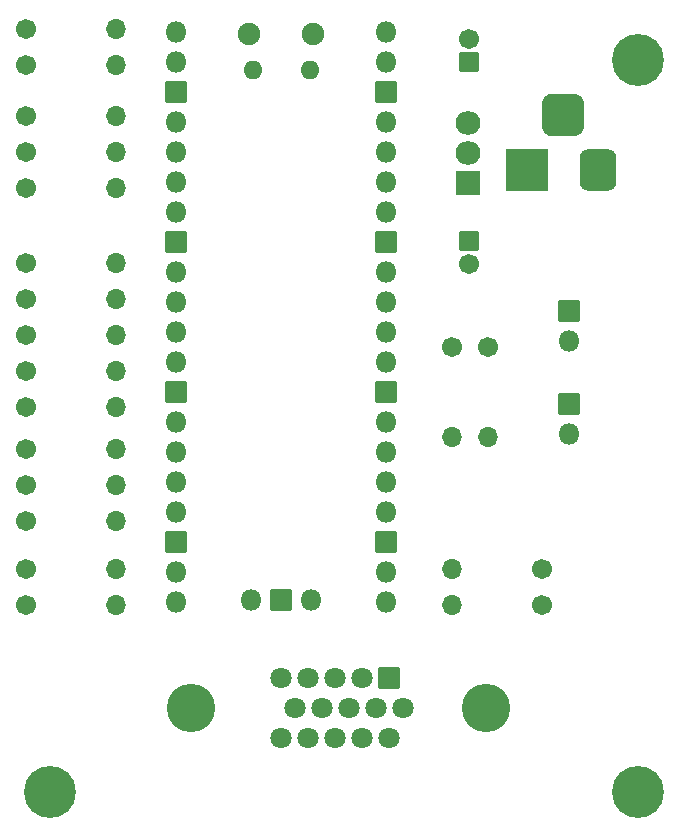
<source format=gbr>
G04 #@! TF.GenerationSoftware,KiCad,Pcbnew,6.0.10-1.fc36*
G04 #@! TF.CreationDate,2023-01-09T12:43:08-05:00*
G04 #@! TF.ProjectId,my_vga_board,6d795f76-6761-45f6-926f-6172642e6b69,v01*
G04 #@! TF.SameCoordinates,Original*
G04 #@! TF.FileFunction,Soldermask,Bot*
G04 #@! TF.FilePolarity,Negative*
%FSLAX46Y46*%
G04 Gerber Fmt 4.6, Leading zero omitted, Abs format (unit mm)*
G04 Created by KiCad (PCBNEW 6.0.10-1.fc36) date 2023-01-09 12:43:08*
%MOMM*%
%LPD*%
G01*
G04 APERTURE LIST*
G04 Aperture macros list*
%AMRoundRect*
0 Rectangle with rounded corners*
0 $1 Rounding radius*
0 $2 $3 $4 $5 $6 $7 $8 $9 X,Y pos of 4 corners*
0 Add a 4 corners polygon primitive as box body*
4,1,4,$2,$3,$4,$5,$6,$7,$8,$9,$2,$3,0*
0 Add four circle primitives for the rounded corners*
1,1,$1+$1,$2,$3*
1,1,$1+$1,$4,$5*
1,1,$1+$1,$6,$7*
1,1,$1+$1,$8,$9*
0 Add four rect primitives between the rounded corners*
20,1,$1+$1,$2,$3,$4,$5,0*
20,1,$1+$1,$4,$5,$6,$7,0*
20,1,$1+$1,$6,$7,$8,$9,0*
20,1,$1+$1,$8,$9,$2,$3,0*%
G04 Aperture macros list end*
%ADD10C,1.701600*%
%ADD11O,1.701600X1.701600*%
%ADD12C,4.401600*%
%ADD13RoundRect,0.050800X0.800000X-0.800000X0.800000X0.800000X-0.800000X0.800000X-0.800000X-0.800000X0*%
%ADD14RoundRect,0.050800X-0.850000X-0.850000X0.850000X-0.850000X0.850000X0.850000X-0.850000X0.850000X0*%
%ADD15O,1.801600X1.801600*%
%ADD16RoundRect,0.050800X1.000000X-0.952500X1.000000X0.952500X-1.000000X0.952500X-1.000000X-0.952500X0*%
%ADD17O,2.101600X2.006600*%
%ADD18RoundRect,0.050800X-0.800000X0.800000X-0.800000X-0.800000X0.800000X-0.800000X0.800000X0.800000X0*%
%ADD19C,4.101600*%
%ADD20C,1.801600*%
%ADD21RoundRect,0.050800X1.750000X1.750000X-1.750000X1.750000X-1.750000X-1.750000X1.750000X-1.750000X0*%
%ADD22RoundRect,0.800800X0.750000X1.000000X-0.750000X1.000000X-0.750000X-1.000000X0.750000X-1.000000X0*%
%ADD23RoundRect,0.925800X0.875000X0.875000X-0.875000X0.875000X-0.875000X-0.875000X0.875000X-0.875000X0*%
%ADD24O,1.601600X1.601600*%
%ADD25O,1.901600X1.901600*%
G04 APERTURE END LIST*
D10*
X128010000Y-112216000D03*
D11*
X135630000Y-112216000D03*
D12*
X130048000Y-131064000D03*
D10*
X128010000Y-102056000D03*
D11*
X135630000Y-102056000D03*
D13*
X165506000Y-69287612D03*
D10*
X165506000Y-67287612D03*
X128010000Y-69544000D03*
D11*
X135630000Y-69544000D03*
D10*
X128010000Y-105104000D03*
D11*
X135630000Y-105104000D03*
D10*
X128010000Y-98500000D03*
D11*
X135630000Y-98500000D03*
D10*
X128010000Y-86308000D03*
D11*
X135630000Y-86308000D03*
D10*
X128010000Y-108152000D03*
D11*
X135630000Y-108152000D03*
D10*
X128010000Y-115264000D03*
D11*
X135630000Y-115264000D03*
D14*
X173927000Y-98241000D03*
D15*
X173927000Y-100781000D03*
D10*
X171698000Y-112216000D03*
D11*
X164078000Y-112216000D03*
D10*
X128010000Y-66496000D03*
D11*
X135630000Y-66496000D03*
D10*
X128010000Y-79958000D03*
D11*
X135630000Y-79958000D03*
D16*
X165435000Y-79508500D03*
D17*
X165435000Y-76968500D03*
X165435000Y-74428500D03*
D18*
X165506000Y-84395388D03*
D10*
X165506000Y-86395388D03*
D12*
X179832000Y-69088000D03*
D19*
X141937000Y-123952000D03*
X166927000Y-123952000D03*
D14*
X158762000Y-121412000D03*
D20*
X156472000Y-121412000D03*
X154182000Y-121412000D03*
X151892000Y-121412000D03*
X149602000Y-121412000D03*
X159907000Y-123952000D03*
X157617000Y-123952000D03*
X155327000Y-123952000D03*
X153037000Y-123952000D03*
X150747000Y-123952000D03*
X158762000Y-126492000D03*
X156472000Y-126492000D03*
X154182000Y-126492000D03*
X151892000Y-126492000D03*
X149602000Y-126492000D03*
D14*
X173927000Y-90367000D03*
D15*
X173927000Y-92907000D03*
D21*
X170428000Y-78427500D03*
D22*
X176428000Y-78427500D03*
D23*
X173428000Y-73727500D03*
D10*
X128010000Y-73862000D03*
D11*
X135630000Y-73862000D03*
D10*
X171698000Y-115264000D03*
D11*
X164078000Y-115264000D03*
D10*
X128010000Y-95452000D03*
D11*
X135630000Y-95452000D03*
D10*
X164078000Y-93420000D03*
D11*
X164078000Y-101040000D03*
D10*
X128010000Y-76910000D03*
D11*
X135630000Y-76910000D03*
D10*
X128010000Y-92404000D03*
D11*
X135630000Y-92404000D03*
D12*
X179832000Y-131064000D03*
D24*
X152025000Y-69910000D03*
D25*
X146875000Y-66880000D03*
X152325000Y-66880000D03*
D24*
X147175000Y-69910000D03*
D15*
X140710000Y-66750000D03*
X140710000Y-69290000D03*
D14*
X140710000Y-71830000D03*
D15*
X140710000Y-74370000D03*
X140710000Y-76910000D03*
X140710000Y-79450000D03*
X140710000Y-81990000D03*
D14*
X140710000Y-84530000D03*
D15*
X140710000Y-87070000D03*
X140710000Y-89610000D03*
X140710000Y-92150000D03*
X140710000Y-94690000D03*
D14*
X140710000Y-97230000D03*
D15*
X140710000Y-99770000D03*
X140710000Y-102310000D03*
X140710000Y-104850000D03*
X140710000Y-107390000D03*
D14*
X140710000Y-109930000D03*
D15*
X140710000Y-112470000D03*
X140710000Y-115010000D03*
X158490000Y-115010000D03*
X158490000Y-112470000D03*
D14*
X158490000Y-109930000D03*
D15*
X158490000Y-107390000D03*
X158490000Y-104850000D03*
X158490000Y-102310000D03*
X158490000Y-99770000D03*
D14*
X158490000Y-97230000D03*
D15*
X158490000Y-94690000D03*
X158490000Y-92150000D03*
X158490000Y-89610000D03*
X158490000Y-87070000D03*
D14*
X158490000Y-84530000D03*
D15*
X158490000Y-81990000D03*
X158490000Y-79450000D03*
X158490000Y-76910000D03*
X158490000Y-74370000D03*
D14*
X158490000Y-71830000D03*
D15*
X158490000Y-69290000D03*
X158490000Y-66750000D03*
X147060000Y-114780000D03*
D14*
X149600000Y-114780000D03*
D15*
X152140000Y-114780000D03*
D10*
X167126000Y-93420000D03*
D11*
X167126000Y-101040000D03*
D10*
X128010000Y-89356000D03*
D11*
X135630000Y-89356000D03*
M02*

</source>
